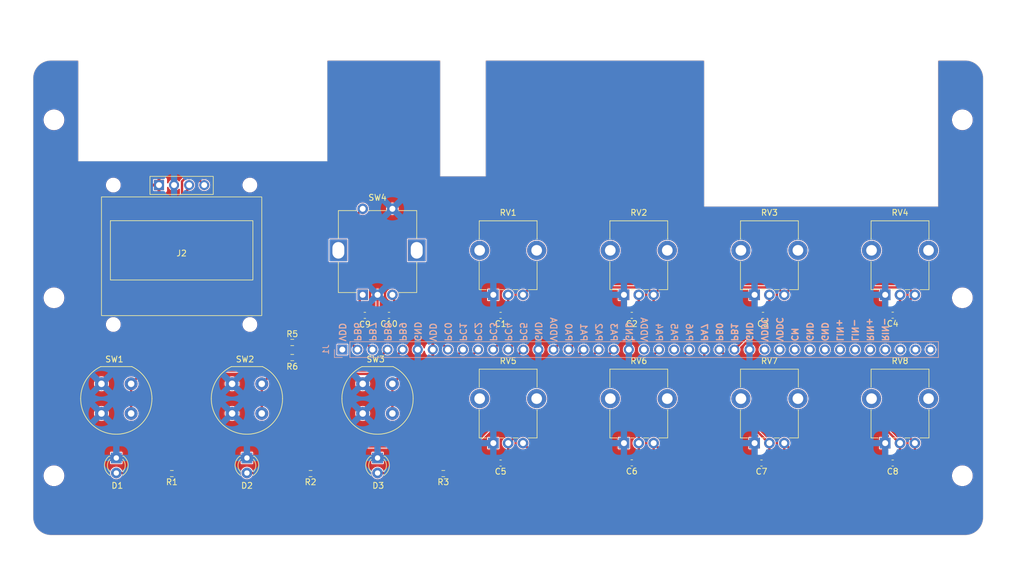
<source format=kicad_pcb>
(kicad_pcb (version 20211014) (generator pcbnew)
  (title_block (rev "1"))
  (layers (0 "F.Cu" signal "Front") (31 "B.Cu" signal "Back") (34 "B.Paste" user) (35 "F.Paste" user) (36 "B.SilkS" user "B.Silkscreen") (37 "F.SilkS" user "F.Silkscreen") (38 "B.Mask" user) (39 "F.Mask" user) (44 "Edge.Cuts" user))
  (net 0 "")
  (net 2 "/POT1")
  (net 3 "/POT2")
  (net 4 "/POT3")
  (net 5 "/POT4")
  (net 6 "VDD")
  (net 7 "/POT5")
  (net 8 "/POT6")
  (net 9 "/POT7")
  (net 10 "Net-(D1-Pad2)")
  (net 11 "GND")
  (net 12 "Net-(D2-Pad2)")
  (net 13 "Net-(D3-Pad2)")
  (net 14 "/ENC_SW")
  (net 15 "/SCL")
  (net 16 "VDDA")
  (net 17 "/SDA")
  (net 18 "/ENC_A")
  (net 19 "/ENC_B")
  (net 20 "/SW3")
  (net 32 "/LED1")
  (net 33 "/LED2")
  (net 34 "/LED3")
  (net 37 "/POT8")
  (net 38 "/LED4")
  (net 39 "/SW1")
  (net 40 "/SW2")
  (footprint "Personal:Alpha_9mm_Pot" (layer "F.Cu") (at 162 107)
    (fp_text reference "RV6" (at 0 -6.35) (layer "F.SilkS"))
    (fp_text value "B10K")
    (pad "" thru_hole circle (at 4.8 0 180) (size 3.24 3.24) (drill 1.8) (layers *.Cu *.Mask))
    (pad "" thru_hole circle (at -4.8 0 180) (size 3.24 3.24) (drill 1.8) (layers *.Cu *.Mask))
    (pad "1" thru_hole rect (at -2.5 7.5 180) (size 1.8 1.8) (drill 1) (layers *.Cu *.Mask) (net 11 "GND"))
    (pad "2" thru_hole circle (at 0 7.5 180) (size 1.8 1.8) (drill 1) (layers *.Cu *.Mask) (net 8 "/POT6"))
    (pad "3" thru_hole circle (at 2.5 7.5 180) (size 1.8 1.8) (drill 1) (layers *.Cu *.Mask) (net 16 "VDDA"))
  )
  (footprint "LED_THT:LED_D3.0mm" (layer "F.Cu") (at 74 117 -90)
    (fp_text reference "D1" (at 4.666 -0.168 180) (layer "F.SilkS"))
    (fp_text value "LED")
    (pad "1" thru_hole rect locked (at 0 0 270) (size 1.8 1.8) (drill 0.9) (layers *.Cu *.Mask) (net 11 "GND"))
    (pad "2" thru_hole circle locked (at 2.54 0 270) (size 1.8 1.8) (drill 0.9) (layers *.Cu *.Mask) (net 10 "Net-(D1-Pad2)"))
  )
  (footprint "Resistor_SMD:R_0603_1608Metric_Pad0.98x0.95mm_HandSolder" (layer "F.Cu") (at 83.352 119.634 180)
    (fp_text reference "R1" (at 0 -1.43) (layer "F.SilkS"))
    (fp_text value "1k")
    (pad "1" smd roundrect locked (at -0.9125 0 180) (size 0.975 0.95) (layers "F.Cu" "F.Paste" "F.Mask") (net 32 "/LED1"))
    (pad "2" smd roundrect locked (at 0.9125 0 180) (size 0.975 0.95) (layers "F.Cu" "F.Paste" "F.Mask") (net 10 "Net-(D1-Pad2)"))
  )
  (footprint "MountingHole:MountingHole_3mm" (layer "F.Cu") (at 63.5 120)
    (fp_text reference "H6" hide)
    (fp_text value "MountingHole")
    (pad "" np_thru_hole circle locked (at 0 0) (size 3 3) (drill 3) (layers *.Cu *.Mask))
  )
  (footprint "Capacitor_SMD:C_0603_1608Metric_Pad1.08x0.95mm_HandSolder" (layer "F.Cu") (at 204.764 117.856 180)
    (fp_text reference "C8" (at 0 -1.43 180) (layer "F.SilkS"))
    (fp_text value "100n")
    (pad "1" smd roundrect locked (at -0.8625 0 180) (size 1.075 0.95) (layers "F.Cu" "F.Paste" "F.Mask") (net 37 "/POT8"))
    (pad "2" smd roundrect locked (at 0.8625 0 180) (size 1.075 0.95) (layers "F.Cu" "F.Paste" "F.Mask") (net 11 "GND"))
  )
  (footprint "Resistor_SMD:R_0603_1608Metric_Pad0.98x0.95mm_HandSolder" (layer "F.Cu") (at 106.72 119.634 180)
    (fp_text reference "R2" (at 0 -1.43) (layer "F.SilkS"))
    (fp_text value "1k")
    (pad "1" smd roundrect locked (at -0.9125 0 180) (size 0.975 0.95) (layers "F.Cu" "F.Paste" "F.Mask") (net 33 "/LED2"))
    (pad "2" smd roundrect locked (at 0.9125 0 180) (size 0.975 0.95) (layers "F.Cu" "F.Paste" "F.Mask") (net 12 "Net-(D2-Pad2)"))
  )
  (footprint "MountingHole:MountingHole_3mm" (layer "F.Cu") (at 216.5 120)
    (fp_text reference "H5" hide)
    (fp_text value "MountingHole")
    (pad "" np_thru_hole circle locked (at 0 0) (size 3 3) (drill 3) (layers *.Cu *.Mask))
  )
  (footprint "Personal:OLED_128x64" (layer "F.Cu") (at 85 83)
    (fp_text reference "J2" (at 0 -0.5 unlocked) (layer "F.SilkS"))
    (fp_text value "OLED")
    (pad "" np_thru_hole circle (at 11.5 -12 90) (size 2 2) (drill 2) (layers F&B.Cu *.Mask))
    (pad "" np_thru_hole circle (at 11.5 11.5 90) (size 2 2) (drill 2) (layers F&B.Cu *.Mask))
    (pad "" np_thru_hole circle (at -11.5 -12 90) (size 2 2) (drill 2) (layers F&B.Cu *.Mask))
    (pad "" np_thru_hole circle (at -11.5 11.5 90) (size 2 2) (drill 2) (layers F&B.Cu *.Mask))
    (pad "1" thru_hole rect (at -3.81 -12 90) (size 1.7 1.7) (drill 1) (layers *.Cu *.Mask) (net 6 "VDD"))
    (pad "2" thru_hole oval (at -1.27 -12 90) (size 1.7 1.7) (drill 1) (layers *.Cu *.Mask) (net 11 "GND"))
    (pad "3" thru_hole oval (at 1.27 -12 90) (size 1.7 1.7) (drill 1) (layers *.Cu *.Mask) (net 15 "/SCL"))
    (pad "4" thru_hole oval (at 3.81 -12 90) (size 1.7 1.7) (drill 1) (layers *.Cu *.Mask) (net 17 "/SDA"))
  )
  (footprint "Personal:Alpha_9mm_Pot" (layer "F.Cu") (at 140 82)
    (fp_text reference locked "RV1" (at 0 -6.35) (layer "F.SilkS"))
    (fp_text value "B10K")
    (pad "" thru_hole circle (at -4.8 0 180) (size 3.24 3.24) (drill 1.8) (layers *.Cu *.Mask))
    (pad "" thru_hole circle (at 4.8 0 180) (size 3.24 3.24) (drill 1.8) (layers *.Cu *.Mask))
    (pad "1" thru_hole rect (at -2.5 7.5 180) (size 1.8 1.8) (drill 1) (layers *.Cu *.Mask) (net 11 "GND"))
    (pad "2" thru_hole circle (at 0 7.5 180) (size 1.8 1.8) (drill 1) (layers *.Cu *.Mask) (net 2 "/POT1"))
    (pad "3" thru_hole circle (at 2.5 7.5 180) (size 1.8 1.8) (drill 1) (layers *.Cu *.Mask) (net 16 "VDDA"))
  )
  (footprint "Resistor_SMD:R_0603_1608Metric_Pad0.98x0.95mm_HandSolder" (layer "F.Cu") (at 103.632 97.536)
    (fp_text reference "R5" (at 0 -1.43) (layer "F.SilkS"))
    (fp_text value "10k")
    (pad "1" smd roundrect locked (at -0.9125 0) (size 0.975 0.95) (layers "F.Cu" "F.Paste" "F.Mask") (net 6 "VDD"))
    (pad "2" smd roundrect locked (at 0.9125 0) (size 0.975 0.95) (layers "F.Cu" "F.Paste" "F.Mask") (net 15 "/SCL"))
  )
  (footprint "LED_THT:LED_D3.0mm" (layer "F.Cu") (at 96 117 -90)
    (fp_text reference "D2" (at 4.666 -0.012 180) (layer "F.SilkS"))
    (fp_text value "LED")
    (pad "1" thru_hole rect locked (at 0 0 270) (size 1.8 1.8) (drill 0.9) (layers *.Cu *.Mask) (net 11 "GND"))
    (pad "2" thru_hole circle locked (at 2.54 0 270) (size 1.8 1.8) (drill 0.9) (layers *.Cu *.Mask) (net 12 "Net-(D2-Pad2)"))
  )
  (footprint "Personal:Alpha_9mm_Pot" (layer "F.Cu") (at 206 82)
    (fp_text reference "RV4" (at 0 -6.35) (layer "F.SilkS"))
    (fp_text value "B10K")
    (pad "" thru_hole circle (at 4.8 0 180) (size 3.24 3.24) (drill 1.8) (layers *.Cu *.Mask))
    (pad "" thru_hole circle (at -4.8 0 180) (size 3.24 3.24) (drill 1.8) (layers *.Cu *.Mask))
    (pad "1" thru_hole rect (at -2.5 7.5 180) (size 1.8 1.8) (drill 1) (layers *.Cu *.Mask) (net 11 "GND"))
    (pad "2" thru_hole circle (at 0 7.5 180) (size 1.8 1.8) (drill 1) (layers *.Cu *.Mask) (net 5 "/POT4"))
    (pad "3" thru_hole circle (at 2.5 7.5 180) (size 1.8 1.8) (drill 1) (layers *.Cu *.Mask) (net 16 "VDDA"))
  )
  (footprint "Personal:CK_D6R90_Push_Switch_SPST" (layer "F.Cu") (at 118 107)
    (fp_text reference "SW3" (at -0.325 -6.635) (layer "F.SilkS"))
    (fp_text value "SW_SPST")
    (pad "1" thru_hole circle (at -2.5 -2.5) (size 2.2 2.2) (drill 1.1) (layers *.Cu *.Mask) (net 11 "GND"))
    (pad "1" thru_hole circle (at -2.5 2.5) (size 2.2 2.2) (drill 1.1) (layers *.Cu *.Mask) (net 11 "GND"))
    (pad "2" thru_hole circle (at 2.5 -2.5) (size 2.2 2.2) (drill 1.1) (layers *.Cu *.Mask) (net 20 "/SW3"))
    (pad "2" thru_hole circle (at 2.5 2.5) (size 2.2 2.2) (drill 1.1) (layers *.Cu *.Mask) (net 20 "/SW3"))
  )
  (footprint "Personal:Alpha_9mm_Pot" (layer "F.Cu") (at 184 107)
    (fp_text reference locked "RV7" (at 0 -6.35) (layer "F.SilkS"))
    (fp_text value "B10K")
    (pad "" thru_hole circle (at -4.8 0 180) (size 3.24 3.24) (drill 1.8) (layers *.Cu *.Mask))
    (pad "" thru_hole circle (at 4.8 0 180) (size 3.24 3.24) (drill 1.8) (layers *.Cu *.Mask))
    (pad "1" thru_hole rect (at -2.5 7.5 180) (size 1.8 1.8) (drill 1) (layers *.Cu *.Mask) (net 11 "GND"))
    (pad "2" thru_hole circle (at 0 7.5 180) (size 1.8 1.8) (drill 1) (layers *.Cu *.Mask) (net 9 "/POT7"))
    (pad "3" thru_hole circle (at 2.5 7.5 180) (size 1.8 1.8) (drill 1) (layers *.Cu *.Mask) (net 16 "VDDA"))
  )
  (footprint "Resistor_SMD:R_0603_1608Metric_Pad0.98x0.95mm_HandSolder" (layer "F.Cu") (at 129.072 119.634 180)
    (fp_text reference "R3" (at 0 -1.43) (layer "F.SilkS"))
    (fp_text value "1k")
    (pad "1" smd roundrect locked (at -0.9125 0 180) (size 0.975 0.95) (layers "F.Cu" "F.Paste" "F.Mask") (net 34 "/LED3"))
    (pad "2" smd roundrect locked (at 0.9125 0 180) (size 0.975 0.95) (layers "F.Cu" "F.Paste" "F.Mask") (net 13 "Net-(D3-Pad2)"))
  )
  (footprint "Capacitor_SMD:C_0603_1608Metric_Pad1.08x0.95mm_HandSolder" (layer "F.Cu") (at 115.864 92.964)
    (fp_text reference "C9" (at 0 1.524) (layer "F.SilkS"))
    (fp_text value "100n")
    (pad "1" smd roundrect locked (at -0.8625 0) (size 1.075 0.95) (layers "F.Cu" "F.Paste" "F.Mask") (net 18 "/ENC_A"))
    (pad "2" smd roundrect locked (at 0.8625 0) (size 1.075 0.95) (layers "F.Cu" "F.Paste" "F.Mask") (net 11 "GND"))
  )
  (footprint "Personal:Alpha_9mm_Pot" (layer "F.Cu") (at 140 107)
    (fp_text reference "RV5" (at 0 -6.35) (layer "F.SilkS"))
    (fp_text value "B10K")
    (pad "" thru_hole circle (at 4.8 0 180) (size 3.24 3.24) (drill 1.8) (layers *.Cu *.Mask))
    (pad "" thru_hole circle (at -4.8 0 180) (size 3.24 3.24) (drill 1.8) (layers *.Cu *.Mask))
    (pad "1" thru_hole rect (at -2.5 7.5 180) (size 1.8 1.8) (drill 1) (layers *.Cu *.Mask) (net 11 "GND"))
    (pad "2" thru_hole circle (at 0 7.5 180) (size 1.8 1.8) (drill 1) (layers *.Cu *.Mask) (net 7 "/POT5"))
    (pad "3" thru_hole circle (at 2.5 7.5 180) (size 1.8 1.8) (drill 1) (layers *.Cu *.Mask) (net 16 "VDDA"))
  )
  (footprint "Capacitor_SMD:C_0603_1608Metric_Pad1.08x0.95mm_HandSolder" (layer "F.Cu") (at 160.822 117.8244 180)
    (fp_text reference "C6" (at 0 -1.43 180) (layer "F.SilkS"))
    (fp_text value "100n")
    (pad "1" smd roundrect locked (at -0.8625 0 180) (size 1.075 0.95) (layers "F.Cu" "F.Paste" "F.Mask") (net 8 "/POT6"))
    (pad "2" smd roundrect locked (at 0.8625 0 180) (size 1.075 0.95) (layers "F.Cu" "F.Paste" "F.Mask") (net 11 "GND"))
  )
  (footprint "Resistor_SMD:R_0603_1608Metric_Pad0.98x0.95mm_HandSolder" (layer "F.Cu") (at 103.632 100.076)
    (fp_text reference "R6" (at 0 1.524) (layer "F.SilkS"))
    (fp_text value "10k")
    (pad "1" smd roundrect locked (at -0.9125 0) (size 0.975 0.95) (layers "F.Cu" "F.Paste" "F.Mask") (net 6 "VDD"))
    (pad "2" smd roundrect locked (at 0.9125 0) (size 0.975 0.95) (layers "F.Cu" "F.Paste" "F.Mask") (net 17 "/SDA"))
  )
  (footprint "Capacitor_SMD:C_0603_1608Metric_Pad1.08x0.95mm_HandSolder" (layer "F.Cu") (at 182.92 92.964 180)
    (fp_text reference "C3" (at 0 -1.43 180) (layer "F.SilkS"))
    (fp_text value "100n")
    (pad "1" smd roundrect locked (at -0.8625 0 180) (size 1.075 0.95) (layers "F.Cu" "F.Paste" "F.Mask") (net 4 "/POT3"))
    (pad "2" smd roundrect locked (at 0.8625 0 180) (size 1.075 0.95) (layers "F.Cu" "F.Paste" "F.Mask") (net 11 "GND"))
  )
  (footprint "MountingHole:MountingHole_3mm" (layer "F.Cu") (at 63.5 90 90)
    (fp_text reference "H1" hide)
    (fp_text value "MountingHole")
    (pad "" np_thru_hole circle locked (at 0 0 90) (size 3 3) (drill 3) (layers *.Cu *.Mask))
  )
  (footprint "Capacitor_SMD:C_0603_1608Metric_Pad1.08x0.95mm_HandSolder" (layer "F.Cu") (at 138.724 92.964 180)
    (fp_text reference "C1" (at 0 -1.43 180) (layer "F.SilkS"))
    (fp_text value "100n")
    (pad "1" smd roundrect locked (at -0.8625 0 180) (size 1.075 0.95) (layers "F.Cu" "F.Paste" "F.Mask") (net 2 "/POT1"))
    (pad "2" smd roundrect locked (at 0.8625 0 180) (size 1.075 0.95) (layers "F.Cu" "F.Paste" "F.Mask") (net 11 "GND"))
  )
  (footprint "MountingHole:MountingHole_3mm" (layer "F.Cu") (at 63.5 60 90)
    (fp_text reference "H2" hide)
    (fp_text value "MountingHole")
    (pad "" np_thru_hole circle locked (at 0 0 90) (size 3 3) (drill 3) (layers *.Cu *.Mask))
  )
  (footprint "Personal:Alpha_9mm_Pot" (layer "F.Cu") (at 206 107)
    (fp_text reference "RV8" (at 0 -6.35) (layer "F.SilkS"))
    (fp_text value "B10K")
    (pad "" thru_hole circle (at 4.8 0 180) (size 3.24 3.24) (drill 1.8) (layers *.Cu *.Mask))
    (pad "" thru_hole circle (at -4.8 0 180) (size 3.24 3.24) (drill 1.8) (layers *.Cu *.Mask))
    (pad "1" thru_hole rect (at -2.5 7.5 180) (size 1.8 1.8) (drill 1) (layers *.Cu *.Mask) (net 11 "GND"))
    (pad "2" thru_hole circle (at 0 7.5 180) (size 1.8 1.8) (drill 1) (layers *.Cu *.Mask) (net 37 "/POT8"))
    (pad "3" thru_hole circle (at 2.5 7.5 180) (size 1.8 1.8) (drill 1) (layers *.Cu *.Mask) (net 16 "VDDA"))
  )
  (footprint "Capacitor_SMD:C_0603_1608Metric_Pad1.08x0.95mm_HandSolder" (layer "F.Cu") (at 182.666 117.856 180)
    (fp_text reference "C7" (at 0 -1.43 180) (layer "F.SilkS"))
    (fp_text value "100n")
    (pad "1" smd roundrect locked (at -0.8625 0 180) (size 1.075 0.95) (layers "F.Cu" "F.Paste" "F.Mask") (net 9 "/POT7"))
    (pad "2" smd roundrect locked (at 0.8625 0 180) (size 1.075 0.95) (layers "F.Cu" "F.Paste" "F.Mask") (net 11 "GND"))
  )
  (footprint "Personal:CK_D6R90_Push_Switch_SPST" (layer "F.Cu") (at 74 107)
    (fp_text reference "SW1" (at -0.325 -6.635) (layer "F.SilkS"))
    (fp_text value "SW_SPST")
    (pad "1" thru_hole circle (at -2.5 2.5) (size 2.2 2.2) (drill 1.1) (layers *.Cu *.Mask) (net 11 "GND"))
    (pad "1" thru_hole circle (at -2.5 -2.5) (size 2.2 2.2) (drill 1.1) (layers *.Cu *.Mask) (net 11 "GND"))
    (pad "2" thru_hole circle (at 2.5 -2.5) (size 2.2 2.2) (drill 1.1) (layers *.Cu *.Mask) (net 39 "/SW1"))
    (pad "2" thru_hole circle (at 2.5 2.5) (size 2.2 2.2) (drill 1.1) (layers *.Cu *.Mask) (net 39 "/SW1"))
  )
  (footprint "LED_THT:LED_D3.0mm" (layer "F.Cu") (at 118 117 -90)
    (fp_text reference "D3" (at 4.666 -0.11 180) (layer "F.SilkS"))
    (fp_text value "LED")
    (pad "1" thru_hole rect locked (at 0 0 270) (size 1.8 1.8) (drill 0.9) (layers *.Cu *.Mask) (net 11 "GND"))
    (pad "2" thru_hole circle locked (at 2.54 0 270) (size 1.8 1.8) (drill 0.9) (layers *.Cu *.Mask) (net 13 "Net-(D3-Pad2)"))
  )
  (footprint "Capacitor_SMD:C_0603_1608Metric_Pad1.08x0.95mm_HandSolder" (layer "F.Cu") (at 204.764 92.9324 180)
    (fp_text reference "C4" (at 0 -1.43 180) (layer "F.SilkS"))
    (fp_text value "100n")
    (pad "1" smd roundrect locked (at -0.8625 0 180) (size 1.075 0.95) (layers "F.Cu" "F.Paste" "F.Mask") (net 5 "/POT4"))
    (pad "2" smd roundrect locked (at 0.8625 0 180) (size 1.075 0.95) (layers "F.Cu" "F.Paste" "F.Mask") (net 11 "GND"))
  )
  (footprint "Capacitor_SMD:C_0603_1608Metric_Pad1.08x0.95mm_HandSolder" (layer "F.Cu") (at 138.724 117.856 180)
    (fp_text reference "C5" (at 0 -1.43 180) (layer "F.SilkS"))
    (fp_text value "100n")
    (pad "1" smd roundrect locked (at -0.8625 0 180) (size 1.075 0.95) (layers "F.Cu" "F.Paste" "F.Mask") (net 7 "/POT5"))
    (pad "2" smd roundrect locked (at 0.8625 0 180) (size 1.075 0.95) (layers "F.Cu" "F.Paste" "F.Mask") (net 11 "GND"))
  )
  (footprint "Capacitor_SMD:C_0603_1608Metric_Pad1.08x0.95mm_HandSolder" (layer "F.Cu") (at 160.822 92.964 180)
    (fp_text reference "C2" (at 0 -1.43 180) (layer "F.SilkS"))
    (fp_text value "100n")
    (pad "1" smd roundrect locked (at -0.8625 0 180) (size 1.075 0.95) (layers "F.Cu" "F.Paste" "F.Mask") (net 3 "/POT2"))
    (pad "2" smd roundrect locked (at 0.8625 0 180) (size 1.075 0.95) (layers "F.Cu" "F.Paste" "F.Mask") (net 11 "GND"))
  )
  (footprint "Personal:Alpha_9mm_Pot" (layer "F.Cu") (at 162 82)
    (fp_text reference "RV2" (at 0 -6.35) (layer "F.SilkS"))
    (fp_text value "B10K")
    (pad "" thru_hole circle (at -4.8 0 180) (size 3.24 3.24) (drill 1.8) (layers *.Cu *.Mask))
    (pad "" thru_hole circle (at 4.8 0 180) (size 3.24 3.24) (drill 1.8) (layers *.Cu *.Mask))
    (pad "1" thru_hole rect (at -2.5 7.5 180) (size 1.8 1.8) (drill 1) (layers *.Cu *.Mask) (net 11 "GND"))
    (pad "2" thru_hole circle (at 0 7.5 180) (size 1.8 1.8) (drill 1) (layers *.Cu *.Mask) (net 3 "/POT2"))
    (pad "3" thru_hole circle (at 2.5 7.5 180) (size 1.8 1.8) (drill 1) (layers *.Cu *.Mask) (net 16 "VDDA"))
  )
  (footprint "Personal:CK_D6R90_Push_Switch_SPST" (layer "F.Cu") (at 96 107)
    (fp_text reference "SW2" (at -0.325 -6.635) (layer "F.SilkS"))
    (fp_text value "SW_SPST")
    (pad "1" thru_hole circle (at -2.5 2.5) (size 2.2 2.2) (drill 1.1) (layers *.Cu *.Mask) (net 11 "GND"))
    (pad "1" thru_hole circle (at -2.5 -2.5) (size 2.2 2.2) (drill 1.1) (layers *.Cu *.Mask) (net 11 "GND"))
    (pad "2" thru_hole circle (at 2.5 2.5) (size 2.2 2.2) (drill 1.1) (layers *.Cu *.Mask) (net 40 "/SW2"))
    (pad "2" thru_hole circle (at 2.5 -2.5) (size 2.2 2.2) (drill 1.1) (layers *.Cu *.Mask) (net 40 "/SW2"))
  )
  (footprint "MountingHole:MountingHole_3mm" (layer "F.Cu") (at 216.5 60)
    (fp_text reference "H3" hide)
    (fp_text value "MountingHole")
    (pad "" np_thru_hole circle locked (at 0 0) (size 3 3) (drill 3) (layers *.Cu *.Mask))
  )
  (footprint "MountingHole:MountingHole_3mm" (layer "F.Cu") (at 216.5 90 90)
    (fp_text reference locked "H4" hide)
    (fp_text value "MountingHole")
    (pad "" np_thru_hole circle locked (at 0 0 90) (size 3 3) (drill 3) (layers *.Cu *.Mask))
  )
  (footprint "Personal:Alpha_9mm_Pot" (layer "F.Cu") (at 184 82)
    (fp_text reference "RV3" (at 0 -6.35) (layer "F.SilkS"))
    (fp_text value "B10K")
    (pad "" thru_hole circle (at 4.8 0 180) (size 3.24 3.24) (drill 1.8) (layers *.Cu *.Mask))
    (pad "" thru_hole circle (at -4.8 0 180) (size 3.24 3.24) (drill 1.8) (layers *.Cu *.Mask))
    (pad "1" thru_hole rect (at -2.5 7.5 180) (size 1.8 1.8) (drill 1) (layers *.Cu *.Mask) (net 11 "GND"))
    (pad "2" thru_hole circle (at 0 7.5 180) (size 1.8 1.8) (drill 1) (layers *.Cu *.Mask) (net 4 "/POT3"))
    (pad "3" thru_hole circle (at 2.5 7.5 180) (size 1.8 1.8) (drill 1) (layers *.Cu *.Mask) (net 16 "VDDA"))
  )
  (footprint "Capacitor_SMD:C_0603_1608Metric_Pad1.08x0.95mm_HandSolder" (layer "F.Cu") (at 119.928 92.964 180)
    (fp_text reference "C10" (at 0 -1.43 180) (layer "F.SilkS"))
    (fp_text value "100n")
    (pad "1" smd roundrect locked (at -0.8625 0 180) (size 1.075 0.95) (layers "F.Cu" "F.Paste" "F.Mask") (net 19 "/ENC_B"))
    (pad "2" smd roundrect locked (at 0.8625 0 180) (size 1.075 0.95) (layers "F.Cu" "F.Paste" "F.Mask") (net 11 "GND"))
  )
  (footprint "Personal:Bourns_PEC11R_Encoder_Switch" (layer "F.Cu") (at 118 82)
    (fp_text reference "SW4" (at 0 -8.89) (layer "F.SilkS"))
    (fp_text value "RotaryEncoder_Switch")
    (pad "" thru_hole rect (at 6.6 0) (size 3 3.7) (drill oval 2 2.8) (layers *.Cu *.Mask))
    (pad "" thru_hole rect (at -6.6 0) (size 3 3.7) (drill oval 2 2.8) (layers *.Cu *.Mask))
    (pad "A" thru_hole rect (at -2.5 7.5 180) (size 1.8 1.8) (drill 1) (layers *.Cu *.Mask) (net 18 "/ENC_A"))
    (pad "B" thru_hole circle (at 2.5 7.5 180) (size 1.8 1.8) (drill 1) (layers *.Cu *.Mask) (net 19 "/ENC_B"))
    (pad "C" thru_hole circle (at 0 7.5 180) (size 1.8 1.8) (drill 1) (layers *.Cu *.Mask) (net 11 "GND"))
    (pad "S1" thru_hole circle (at -2.5 -7 180) (size 1.8 1.8) (drill 1) (layers *.Cu *.Mask) (net 14 "/ENC_SW"))
    (pad "S2" thru_hole circle (at 2.5 -7 180) (size 1.8 1.8) (drill 1) (layers *.Cu *.Mask) (net 11 "GND"))
  )
  (footprint "Connector_PinSocket_2.54mm:PinSocket_1x40_P2.54mm_Vertical" (layer "B.Cu") (at 112.07 98.73 -90)
    (fp_text reference "J1" (at 0 2.77 90) (layer "B.SilkS") (effects (justify mirror)))
    (fp_text value "Axoloti")
    (pad "1" thru_hole rect locked (at 0 0 270) (size 1.7 1.7) (drill 1) (layers *.Cu *.Mask))
    (pad "2" thru_hole oval locked (at 0 -2.54 270) (size 1.7 1.7) (drill 1) (layers *.Cu *.Mask) (net 14 "/ENC_SW"))
    (pad "3" thru_hole oval locked (at 0 -5.08 270) (size 1.7 1.7) (drill 1) (layers *.Cu *.Mask) (net 18 "/ENC_A"))
    (pad "4" thru_hole oval locked (at 0 -7.62 270) (size 1.7 1.7) (drill 1) (layers *.Cu *.Mask) (net 15 "/SCL"))
    (pad "5" thru_hole oval locked (at 0 -10.16 270) (size 1.7 1.7) (drill 1) (layers *.Cu *.Mask) (net 17 "/SDA"))
    (pad "6" thru_hole oval locked (at 0 -12.7 270) (size 1.7 1.7) (drill 1) (layers *.Cu *.Mask) (net 11 "GND"))
    (pad "7" thru_hole oval locked (at 0 -15.24 270) (size 1.7 1.7) (drill 1) (layers *.Cu *.Mask) (net 6 "VDD"))
    (pad "8" thru_hole oval locked (at 0 -17.78 270) (size 1.7 1.7) (drill 1) (layers *.Cu *.Mask) (net 19 "/ENC_B"))
    (pad "9" thru_hole oval locked (at 0 -20.32 270) (size 1.7 1.7) (drill 1) (layers *.Cu *.Mask) (net 39 "/SW1"))
    (pad "10" thru_hole oval locked (at 0 -22.86 270) (size 1.7 1.7) (drill 1) (layers *.Cu *.Mask) (net 40 "/SW2"))
    (pad "11" thru_hole oval locked (at 0 -25.4 270) (size 1.7 1.7) (drill 1) (layers *.Cu *.Mask) (net 2 "/POT1"))
    (pad "12" thru_hole oval locked (at 0 -27.94 270) (size 1.7 1.7) (drill 1) (layers *.Cu *.Mask) (net 3 "/POT2"))
    (pad "13" thru_hole oval locked (at 0 -30.48 270) (size 1.7 1.7) (drill 1) (layers *.Cu *.Mask) (net 20 "/SW3"))
    (pad "14" thru_hole oval locked (at 0 -33.02 270) (size 1.7 1.7) (drill 1) (layers *.Cu *.Mask) (net 11 "GND"))
    (pad "15" thru_hole oval locked (at 0 -35.56 270) (size 1.7 1.7) (drill 1) (layers *.Cu *.Mask) (net 16 "VDDA"))
    (pad "16" thru_hole oval locked (at 0 -38.1 270) (size 1.7 1.7) (drill 1) (layers *.Cu *.Mask) (net 4 "/POT3"))
    (pad "17" thru_hole oval locked (at 0 -40.64 270) (size 1.7 1.7) (drill 1) (layers *.Cu *.Mask) (net 32 "/LED1"))
    (pad "18" thru_hole oval locked (at 0 -43.18 270) (size 1.7 1.7) (drill 1) (layers *.Cu *.Mask) (net 33 "/LED2"))
    (pad "19" thru_hole oval locked (at 0 -45.72 270) (size 1.7 1.7) (drill 1) (layers *.Cu *.Mask) (net 34 "/LED3"))
    (pad "20" thru_hole oval locked (at 0 -48.26 270) (size 1.7 1.7) (drill 1) (layers *.Cu *.Mask) (net 11 "GND"))
    (pad "21" thru_hole oval locked (at 0 -50.8 270) (size 1.7 1.7) (drill 1) (layers *.Cu *.Mask))
    (pad "22" thru_hole oval locked (at 0 -53.34 270) (size 1.7 1.7) (drill 1) (layers *.Cu *.Mask) (net 7 "/POT5"))
    (pad "23" thru_hole oval locked (at 0 -55.88 270) (size 1.7 1.7) (drill 1) (layers *.Cu *.Mask) (net 38 "/LED4"))
    (pad "24" thru_hole oval locked (at 0 -58.42 270) (size 1.7 1.7) (drill 1) (layers *.Cu *.Mask) (net 8 "/POT6"))
    (pad "25" thru_hole oval locked (at 0 -60.96 270) (size 1.7 1.7) (drill 1) (layers *.Cu *.Mask) (net 9 "/POT7"))
    (pad "26" thru_hole oval locked (at 0 -63.5 270) (size 1.7 1.7) (drill 1) (layers *.Cu *.Mask) (net 37 "/POT8"))
    (pad "27" thru_hole oval locked (at 0 -66.04 270) (size 1.7 1.7) (drill 1) (layers *.Cu *.Mask) (net 5 "/POT4"))
    (pad "28" thru_hole oval locked (at 0 -68.58 270) (size 1.7 1.7) (drill 1) (layers *.Cu *.Mask) (net 11 "GND"))
    (pad "29" thru_hole oval locked (at 0 -71.12 270) (size 1.7 1.7) (drill 1) (layers *.Cu *.Mask))
    (pad "30" thru_hole oval locked (at 0 -73.66 270) (size 1.7 1.7) (drill 1) (layers *.Cu *.Mask))
    (pad "31" thru_hole oval locked (at 0 -76.2 270) (size 1.7 1.7) (drill 1) (layers *.Cu *.Mask))
    (pad "32" thru_hole oval locked (at 0 -78.74 270) (size 1.7 1.7) (drill 1) (layers *.Cu *.Mask))
    (pad "33" thru_hole oval locked (at 0 -81.28 270) (size 1.7 1.7) (drill 1) (layers *.Cu *.Mask))
    (pad "34" thru_hole oval locked (at 0 -83.82 270) (size 1.7 1.7) (drill 1) (layers *.Cu *.Mask))
    (pad "35" thru_hole oval locked (at 0 -86.36 270) (size 1.7 1.7) (drill 1) (layers *.Cu *.Mask))
    (pad "36" thru_hole oval locked (at 0 -88.9 270) (size 1.7 1.7) (drill 1) (layers *.Cu *.Mask))
    (pad "37" thru_hole oval locked (at 0 -91.44 270) (size 1.7 1.7) (drill 1) (layers *.Cu *.Mask))
    (pad "38" thru_hole oval locked (at 0 -93.98 270) (size 1.7 1.7) (drill 1) (layers *.Cu *.Mask))
    (pad "39" thru_hole oval locked (at 0 -96.52 270) (size 1.7 1.7) (drill 1) (layers *.Cu *.Mask))
    (pad "40" thru_hole oval locked (at 0 -99.06 270) (size 1.7 1.7) (drill 1) (layers *.Cu *.Mask))
  )
  (gr_arc locked (start 60 53) (mid 60.8787 50.8787) (end 63 50) (layer "Edge.Cuts") (width 0.05))
  (gr_line locked (start 136.2 50) (end 136.2 69.52) (layer "Edge.Cuts") (width 0.05))
  (gr_line locked (start 67.62 66.98) (end 67.62 50) (layer "Edge.Cuts") (width 0.05))
  (gr_arc locked (start 217 50) (mid 219.1213 50.8787) (end 220 53) (layer "Edge.Cuts") (width 0.05))
  (gr_line locked (start 136.2 69.52) (end 128.58 69.52) (layer "Edge.Cuts") (width 0.05))
  (gr_line locked (start 109.53 66.98) (end 67.62 66.98) (layer "Edge.Cuts") (width 0.05))
  (gr_line locked (start 60 53) (end 60 127) (layer "Edge.Cuts") (width 0.05))
  (gr_line locked (start 217 50) (end 212.4 50) (layer "Edge.Cuts") (width 0.05))
  (gr_line (start 63 130) (end 217 130) (layer "Edge.Cuts") (width 0.05))
  (gr_line locked (start 173.03 50) (end 136.2 50) (layer "Edge.Cuts") (width 0.05))
  (gr_line locked (start 220 127) (end 220 53) (layer "Edge.Cuts") (width 0.05))
  (gr_line locked (start 173.03 74.6) (end 173.03 50) (layer "Edge.Cuts") (width 0.05))
  (gr_line locked (start 109.53 50) (end 109.53 66.98) (layer "Edge.Cuts") (width 0.05))
  (gr_arc locked (start 220 127) (mid 219.1213 129.1213) (end 217 130) (layer "Edge.Cuts") (width 0.05))
  (gr_line locked (start 128.58 50) (end 109.53 50) (layer "Edge.Cuts") (width 0.05))
  (gr_line locked (start 128.58 69.52) (end 128.58 50) (layer "Edge.Cuts") (width 0.05))
  (gr_arc locked (start 63 130) (mid 60.8787 129.1213) (end 60 127) (layer "Edge.Cuts") (width 0.05))
  (gr_line locked (start 212.4 50) (end 212.4 74.6) (layer "Edge.Cuts") (width 0.05))
  (gr_line locked (start 212.4 74.6) (end 173.03 74.6) (layer "Edge.Cuts") (width 0.05))
  (gr_line locked (start 67.62 50) (end 63 50) (layer "Edge.Cuts") (width 0.05))
  (gr_text "RIN-" (at 202.875 97.46 -90) (layer "B.SilkS") (effects (font (size 1.0414 1.0414) (thickness 0.2286)) (justify left bottom mirror)))
  (gr_text "GND" (at 159.695 97.46 -90) (layer "B.SilkS") (effects (font (size 1.0795 1.0795) (thickness 0.1905)) (justify left bottom mirror)))
  (gr_text "GND" (at 190.175 97.46 -90) (layer "B.SilkS") (effects (font (size 1.0414 1.0414) (thickness 0.2286)) (justify left bottom mirror)))
  (gr_text "PC0" (at 129.215 97.46 -90) (layer "B.SilkS") (effects (font (size 1.0795 1.0795) (thickness 0.1905)) (justify left bottom mirror)))
  (gr_text "PA1" (at 152.075 97.46 -90) (layer "B.SilkS") (effects (font (size 1.0795 1.0795) (thickness 0.1905)) (justify left bottom mirror)))
  (gr_text "PC5" (at 141.915 97.46 -90) (layer "B.SilkS") (effects (font (size 1.0795 1.0795) (thickness 0.1905)) (justify left bottom mirror)))
  (gr_text "VDDC" (at 182.555 97.46 -90) (layer "B.SilkS") (effects (font (size 1.0414 1.0414) (thickness 0.2286)) (justify left bottom mirror)))
  (gr_text "VDD" (at 126.675 97.46 -90) (layer "B.SilkS") (effects (font (size 1.0795 1.0795) (thickness 0.1905)) (justify left bottom mirror)))
  (gr_text "VDDA" (at 146.995 97.46 -90) (layer "B.SilkS") (effects (font (size 1.0795 1.0795) (thickness 0.1905)) (justify left bottom mirror)))
  (gr_text "PB6" (at 113.975 97.46 -90) (layer "B.SilkS") (effects (font (size 1.0795 1.0795) (thickness 0.1905)) (justify left bottom mirror)))
  (gr_text "PA3" (at 157.155 97.46 -90) (layer "B.SilkS") (effects (font (size 1.0795 1.0795) (thickness 0.1905)) (justify left bottom mirror)))
  (gr_text "PB1" (at 177.475 97.46 -90) (layer "B.SilkS") (effects (font (size 1.0414 1.0414) (thickness 0.2286)) (justify left bottom mirror)))
  (gr_text "GND" (at 144.455 97.46 -90) (layer "B.SilkS") (effects (font (size 1.0795 1.0795) (thickness 0.1905)) (justify left bottom mirror)))
  (gr_text "PC2" (at 134.295 97.46 -90) (layer "B.SilkS") (effects (font (size 1.0795 1.0795) (thickness 0.1905)) (justify left bottom mirror)))
  (gr_text "PA7" (at 172.395 97.46 -90) (layer "B.SilkS") (effects (font (size 1.0414 1.0414) (thickness 0.2286)) (justify left bottom mirror)))
  (gr_text "LIN-" (at 197.795 97.46 -90) (layer "B.SilkS") (effects (font (size 1.0414 1.0414) (thickness 0.2286)) (justify left bottom mirror)))
  (gr_text "PB7" (at 116.515 97.46 -90) (layer "B.SilkS") (effects (font (size 1.0795 1.0795) (thickness 0.1905)) (justify left bottom mirror)))
  (gr_text "GND" (at 180.015 97.46 -90) (layer "B.SilkS") (effects (font (size 1.0414 1.0414) (thickness 0.2286)) (justify left bottom mirror)))
  (gr_text "GND" (at 124.135 97.46 -90) (layer "B.SilkS") (effects (font (size 1.0795 1.0795) (thickness 0.1905)) (justify left bottom mirror)))
  (gr_text "PA0" (at 149.535 97.46 -90) (layer "B.SilkS") (effects (font (size 1.0795 1.0795) (thickness 0.1905)) (justify left bottom mirror)))
  (gr_text "PA2" (at 154.615 97.46 -90) (layer "B.SilkS") (effects (font (size 1.0795 1.0795) (thickness 0.1905)) (justify left bottom mirror)))
  (gr_text "PB9" (at 121.595 97.46 -90) (layer "B.SilkS") (effects (font (size 1.0795 1.0795) (thickness 0.1905)) (justify left bottom mirror)))
  (gr_text "PA5" (at 167.315 97.46 -90) (layer "B.SilkS") (effects (font (size 1.0795 1.0795) (thickness 0.1905)) (justify left bottom mirror)))
  (gr_text "PA6" (at 169.855 97.46 -90) (layer "B.SilkS") (effects (font (size 1.0795 1.0795) (thickness 0.1905)) (justify left bottom mirror)))
  (gr_text "LIN+" (at 195.255 97.46 -90) (layer "B.SilkS") (effects (font (size 1.0414 1.0414) (thickness 0.2286)) (justify left bottom mirror)))
  (gr_text "GND" (at 192.715 97.46 -90) (layer "B.SilkS") (effects (font (size 1.0414 1.0414) (thickness 0.2286)) (justify left bottom mirror)))
  (gr_text "PB8" (at 119.055 97.46 -90) (layer "B.SilkS") (effects (font (size 1.0795 1.0795) (thickness 0.1905)) (justify left bottom mirror)))
  (gr_text "PC4" (at 139.375 97.46 -90) (layer "B.SilkS") (effects (font (size 1.0795 1.0795) (thickness 0.1905)) (justify left bottom mirror)))
  (gr_text "PB0" (at 174.935 97.46 -90) (layer "B.SilkS") (effects (font (size 1.0414 1.0414) (thickness 0.2286)) (justify left bottom mirror)))
  (gr_text "VDD" (at 111.435 97.46 -90) (layer "B.SilkS") (effects (font (size 1.0795 1.0795) (thickness 0.1905)) (justify left bottom mirror)))
  (gr_text "PA4" (at 164.775 97.46 -90) (layer "B.SilkS") (effects (font (size 1.0795 1.0795) (thickness 0.1905)) (justify left bottom mirror)))
  (gr_text "RIN+" (at 200.335 97.46 -90) (layer "B.SilkS") (effects (font (size 1.0414 1.0414) (thickness 0.2286)) (justify left bottom mirror)))
  (gr_text "CM" (at 187.635 97.46 -90) (layer "B.SilkS") (effects (font (size 1.0414 1.0414) (thickness 0.2286)) (justify left bottom mirror)))
  (gr_text "VDDC" (at 185.095 97.46 -90) (layer "B.SilkS") (effects (font (size 1.0414 1.0414) (thickness 0.2286)) (justify left bottom mirror)))
  (gr_text "PC1" (at 131.755 97.46 -90) (layer "B.SilkS") (effects (font (size 1.0795 1.0795) (thickness 0.1905)) (justify left bottom mirror)))
  (gr_text "VDDA" (at 162.235 97.46 -90) (layer "B.SilkS") (effects (font (size 1.0795 1.0795) (thickness 0.1905)) (justify left bottom mirror)))
  (gr_text "PC3" (at 136.835 97.46 -90) (layer "B.SilkS") (effects (font (size 1.0795 1.0795) (thickness 0.1905)) (justify left bottom mirror)))
  (segment (start 139.5865 96.6135) (end 137.47 98.73) (width 0.4) (layer "F.Cu") (net 2))
  (segment (start 139.5865 92.964) (end 139.5865 96.6135) (width 0.4) (layer "F.Cu") (net 2))
  (segment (start 140 92.5505) (end 139.5865 92.964) (width 0.4) (layer "F.Cu") (net 2))
  (segment (start 140 89.5) (end 140 92.5505) (width 0.4) (layer "F.Cu") (net 2))
  (segment (start 162 89.5) (end 162 92.6485) (width 0.4) (layer "F.Cu") (net 3))
  (segment (start 160.4145 94.234) (end 161.6845 92.964) (width 0.4) (layer "F.Cu") (net 3))
  (segment (start 162 92.6485) (end 161.6845 92.964) (width 0.4) (layer "F.Cu") (net 3))
  (segment (start 140.01 98.73) (end 144.506 94.234) (width 0.4) (layer "F.Cu") (net 3))
  (segment (start 144.506 94.234) (end 160.4145 94.234) (width 0.4) (layer "F.Cu") (net 3))
  (segment (start 184 89.5) (end 184 92.7465) (width 0.4) (layer "F.Cu") (net 4))
  (segment (start 177.89904 96.81792) (end 180.81248 93.90448) (width 0.4) (layer "F.Cu") (net 4))
  (segment (start 180.81248 93.90448) (end 182.84202 93.90448) (width 0.4) (layer "F.Cu") (net 4))
  (segment (start 152.08208 96.81792) (end 177.89904 96.81792) (width 0.4) (layer "F.Cu") (net 4))
  (segment (start 183.7825 92.964) (end 182.84202 93.90448) (width 0.4) (layer "F.Cu") (net 4))
  (segment (start 150.17 98.73) (end 152.08208 96.81792) (width 0.4) (layer "F.Cu") (net 4))
  (segment (start 184 92.7465) (end 183.7825 92.964) (width 0.4) (layer "F.Cu") (net 4))
  (segment (start 203.0549 95.504) (end 181.336 95.504) (width 0.4) (layer "F.Cu") (net 5))
  (segment (start 205.6265 92.9324) (end 203.0549 95.504) (width 0.4) (layer "F.Cu") (net 5))
  (segment (start 206 92.5589) (end 205.6265 92.9324) (width 0.4) (layer "F.Cu") (net 5))
  (segment (start 181.336 95.504) (end 178.11 98.73) (width 0.4) (layer "F.Cu") (net 5))
  (segment (start 206 89.5) (end 206 92.5589) (width 0.4) (layer "F.Cu") (net 5))
  (segment (start 140.088704 114.5) (end 140 114.5) (width 0.4) (layer "F.Cu") (net 7))
  (segment (start 165.41 98.73) (end 159.492 104.648) (width 0.4) (layer "F.Cu") (net 7))
  (segment (start 149.940704 104.648) (end 140.088704 114.5) (width 0.4) (layer "F.Cu") (net 7))
  (segment (start 140 117.4425) (end 139.5865 117.856) (width 0.4) (layer "F.Cu") (net 7))
  (segment (start 140 114.5) (end 140 117.4425) (width 0.4) (layer "F.Cu") (net 7))
  (segment (start 159.492 104.648) (end 149.940704 104.648) (width 0.4) (layer "F.Cu") (net 7))
  (segment (start 170.49 98.73) (end 162 107.22) (width 0.4) (layer "F.Cu") (net 8))
  (segment (start 162 114.5) (end 162 117.5089) (width 0.4) (layer "F.Cu") (net 8))
  (segment (start 162 107.22) (end 162 114.5) (width 0.4) (layer "F.Cu") (net 8))
  (segment (start 162 117.5089) (end 161.6845 117.8244) (width 0.4) (layer "F.Cu") (net 8))
  (segment (start 184 117.3845) (end 183.5285 117.856) (width 0.4) (layer "F.Cu") (net 9))
  (segment (start 184 114.5) (end 184 117.3845) (width 0.4) (layer "F.Cu") (net 9))
  (segment (start 183.911296 114.5) (end 184 114.5) (width 0.4) (layer "F.Cu") (net 9))
  (segment (start 173.03 98.73) (end 173.03 103.618704) (width 0.4) (layer "F.Cu") (net 9))
  (segment (start 173.03 103.618704) (end 183.911296 114.5) (width 0.4) (layer "F.Cu") (net 9))
  (segment (start 82.3455 119.54) (end 82.4395 119.634) (width 0.4) (layer "F.Cu") (net 10))
  (segment (start 74 119.54) (end 82.3455 119.54) (width 0.4) (layer "F.Cu") (net 10))
  (segment (start 181.5 89.5) (end 181.5 92.4065) (width 0.4) (layer "F.Cu") (net 11))
  (segment (start 118 91.8985) (end 119.0655 92.964) (width 0.4) (layer "F.Cu") (net 11))
  (segment (start 159.5 117.3649) (end 159.9595 117.8244) (width 0.4) (layer "F.Cu") (net 11))
  (segment (start 159.5 114.5) (end 159.5 117.3649) (width 0.4) (layer "F.Cu") (net 11))
  (segment (start 181.5 92.4065) (end 182.0575 92.964) (width 0.4) (layer "F.Cu") (net 11))
  (segment (start 137.5 92.6025) (end 137.8615 92.964) (width 0.4) (layer "F.Cu") (net 11))
  (segment (start 118 91.6905) (end 116.7265 92.964) (width 0.4) (layer "F.Cu") (net 11))
  (segment (start 203.5 89.5) (end 203.5 92.5309) (width 0.4) (layer "F.Cu") (net 11))
  (segment (start 137.5 89.5) (end 137.5 92.6025) (width 0.4) (layer "F.Cu") (net 11))
  (segment (start 137.5 114.5) (end 137.5 117.4945) (width 0.4) (layer "F.Cu") (net 11))
  (segment (start 181.5 114.5) (end 181.5 117.5525) (width 0.4) (layer "F.Cu") (net 11))
  (segment (start 203.5 117.4545) (end 203.9015 117.856) (width 0.4) (layer "F.Cu") (net 11))
  (segment (start 159.5 92.5045) (end 159.9595 92.964) (width 0.4) (layer "F.Cu") (net 11))
  (segment (start 159.5 89.5) (end 159.5 92.5045) (width 0.4) (layer "F.Cu") (net 11))
  (segment (start 181.5 117.5525) (end 181.8035 117.856) (width 0.4) (layer "F.Cu") (net 11))
  (segment (start 118 89.5) (end 118 91.8985) (width 0.4) (layer "F.Cu") (net 11))
  (segment (start 203.5 114.5) (end 203.5 117.4545) (width 0.4) (layer "F.Cu") (net 11))
  (segment (start 137.5 117.4945) (end 137.8615 117.856) (width 0.4) (layer "F.Cu") (net 11))
  (segment (start 203.5 92.5309) (end 203.9015 92.9324) (width 0.4) (layer "F.Cu") (net 11))
  (segment (start 96 119.54) (end 105.7135 119.54) (width 0.4) (layer "F.Cu") (net 12))
  (segment (start 105.7135 119.54) (end 105.8075 119.634) (width 0.4) (layer "F.Cu") (net 12))
  (segment (start 118 119.54) (end 128.0655 119.54) (width 0.4) (layer "F.Cu") (net 13))
  (segment (start 128.0655 119.54) (end 128.1595 119.634) (width 0.4) (layer "F.Cu") (net 13))
  (segment (start 115.5 75) (end 113.284 77.216) (width 0.4) (layer "F.Cu") (net 14))
  (segment (start 113.284 97.404) (end 114.61 98.73) (width 0.4) (layer "F.Cu") (net 14))
  (segment (start 113.284 77.216) (end 113.284 97.404) (width 0.4) (layer "F.Cu") (net 14))
  (segment (start 110.868089 99.931911) (end 109.488178 98.552) (width 0.4) (layer "F.Cu") (net 15))
  (segment (start 119.69 98.73) (end 118.488089 99.931911) (width 0.4) (layer "F.Cu") (net 15))
  (segment (start 104.648 98.552) (end 95.670464 98.552) (width 0.4) (layer "F.Cu") (net 15))
  (segment (start 104.5445 98.4485) (end 104.648 98.552) (width 0.4) (layer "F.Cu") (net 15))
  (segment (start 85.620009 72.177491) (end 86.27 71.5275) (width 0.4) (layer "F.Cu") (net 15))
  (segment (start 95.670464 98.552) (end 85.620009 88.501545) (width 0.4) (layer "F.Cu") (net 15))
  (segment (start 104.5445 97.536) (end 104.5445 98.4485) (width 0.4) (layer "F.Cu") (net 15))
  (segment (start 85.620009 88.501545) (end 85.620009 72.177491) (width 0.4) (layer "F.Cu") (net 15))
  (segment (start 109.488178 98.552) (end 104.648 98.552) (width 0.4) (layer "F.Cu") (net 15))
  (segment (start 118.488089 99.931911) (end 110.868089 99.931911) (width 0.4) (layer "F.Cu") (net 15))
  (segment (start 142.5 89.5) (end 143.751911 88.248089) (width 0.4) (layer "F.Cu") (net 16))
  (segment (start 146.65132 118.65132) (end 162.228645 118.65132) (width 0.4) (layer "F.Cu") (net 16))
  (segment (start 208.5 89.5) (end 207.388089 90.611911) (width 0.4) (layer "F.Cu") (net 16))
  (segment (start 142.5 114.5) (end 146.65132 118.65132) (width 0.4) (layer "F.Cu") (net 16))
  (segment (start 207.388089 113.388089) (end 208.5 114.5) (width 0.4) (layer "F.Cu") (net 16))
  (segment (start 165.751911 88.248089) (end 185.248089 88.248089) (width 0.4) (layer "F.Cu") (net 16))
  (segment (start 164.5 92.588) (end 164.5 89.5) (width 0.4) (layer "F.Cu") (net 16))
  (segment (start 208.5 116.353565) (end 208.5 114.5) (width 0.4) (layer "F.Cu") (net 16))
  (segment (start 185.248089 88.248089) (end 186.5 89.5) (width 0.4) (layer "F.Cu") (net 16))
  (segment (start 143.751911 88.248089) (end 163.248089 88.248089) (width 0.4) (layer "F.Cu") (net 16))
  (segment (start 184.072645 118.68292) (end 186.5 116.255565) (width 0.4) (layer "F.Cu") (net 16))
  (segment (start 207.248089 88.248089) (end 208.5 89.5) (width 0.4) (layer "F.Cu") (net 16))
  (segment (start 150.856 95.504) (end 161.584 95.504) (width 0.4) (layer "F.Cu") (net 16))
  (segment (start 207.388089 90.611911) (end 207.388089 113.388089) (width 0.4) (layer "F.Cu") (net 16))
  (segment (start 186.5 114.5) (end 190.68292 118.68292) (width 0.4) (layer "F.Cu") (net 16))
  (segment (start 161.584 95.504) (end 164.5 92.588) (width 0.4) (layer "F.Cu") (net 16))
  (segment (start 147.63 98.73) (end 150.856 95.504) (width 0.4) (layer "F.Cu") (net 16))
  (segment (start 206.170645 118.68292) (end 208.5 116.353565) (width 0.4) (layer "F.Cu") (net 16))
  (segment (start 186.5 116.255565) (end 186.5 114.5) (width 0.4) (layer "F.Cu") (net 16))
  (segment (start 186.5 89.5) (end 187.751911 88.248089) (width 0.4) (layer "F.Cu") (net 16))
  (segment (start 164.5 114.5) (end 168.68292 118.68292) (width 0.4) (layer "F.Cu") (net 16))
  (segment (start 168.68292 118.68292) (end 184.072645 118.68292) (width 0.4) (layer "F.Cu") (net 16))
  (segment (start 187.751911 88.248089) (end 207.248089 88.248089) (width 0.4) (layer "F.Cu") (net 16))
  (segment (start 164.5 116.379965) (end 164.5 114.5) (width 0.4) (layer "F.Cu") (net 16))
  (segment (start 163.248089 88.248089) (end 164.5 89.5) (width 0.4) (layer "F.Cu") (net 16))
  (segment (start 162.228645 118.65132) (end 164.5 116.379965) (width 0.4) (layer "F.Cu") (net 16))
  (segment (start 164.5 89.5) (end 165.751911 88.248089) (width 0.4) (layer "F.Cu") (net 16))
  (segment (start 190.68292 118.68292) (end 206.170645 118.68292) (width 0.4) (layer "F.Cu") (net 16))
  (segment (start 85.068089 70.379911) (end 85.649911 69.798089) (width 0.4) (layer "F.Cu") (net 17))
  (segment (start 110.639476 100.48383) (end 109.259566 99.10392) (width 0.4) (layer "F.Cu") (net 17))
  (segment (start 122.23 98.73) (end 120.47617 100.48383) (width 0.4) (layer "F.Cu") (net 17))
  (segment (start 95.441852 99.10392) (end 85.068089 88.730157) (width 0.4) (layer "F.Cu") (net 17))
  (segment (start 120.47617 100.48383) (end 110.639476 100.48383) (width 0.4) (layer "F.Cu") (net 17))
  (segment (start 109.259566 99.10392) (end 104.43792 99.10392) (width 0.4) (layer "F.Cu") (net 17))
  (segment (start 85.068089 88.730157) (end 85.068089 70.379911) (width 0.4) (layer "F.Cu") (net 17))
  (segment (start 87.608089 69.798089) (end 88.81 71) (width 0.4) (layer "F.Cu") (net 17))
  (segment (start 104.43792 99.10392) (end 95.441852 99.10392) (width 0.4) (layer "F.Cu") (net 17))
  (segment (start 85.649911 69.798089) (end 87.608089 69.798089) (width 0.4) (layer "F.Cu") (net 17))
  (segment (start 104.5445 100.076) (end 104.5445 99.2105) (width 0.4) (layer "F.Cu") (net 17))
  (segment (start 104.5445 99.2105) (end 104.43792 99.10392) (width 0.4) (layer "F.Cu") (net 17))
  (segment (start 115.0015 92.964) (end 115.0015 96.5815) (width 0.4) (layer "F.Cu") (net 18))
  (segment (start 115.0015 89.9985) (end 115.5 89.5) (width 0.4) (layer "F.Cu") (net 18))
  (segment (start 115.0015 92.964) (end 115.0015 89.9985) (width 0.4) (layer "F.Cu") (net 18))
  (segment (start 115.0015 96.5815) (end 117.15 98.73) (width 0.4) (layer "F.Cu") (net 18))
  (segment (start 124.084 92.964) (end 129.85 98.73) (width 0.4) (layer "F.Cu") (net 19))
  (segment (start 120.7905 92.964) (end 120.7905 89.7905) (width 0.4) (layer "F.Cu") (net 19))
  (segment (start 120.7905 89.7905) (end 120.5 89.5) (width 0.4) (layer "F.Cu") (net 19))
  (segment (start 120.7905 92.964) (end 124.084 92.964) (width 0.4) (layer "F.Cu") (net 19))
  (segment (start 121.622 103.378) (end 120.5 104.5) (width 0.4) (layer "F.Cu") (net 20))
  (segment (start 137.902 103.378) (end 121.622 103.378) (width 0.4) (layer "F.Cu") (net 20))
  (segment (start 120.5 104.5) (end 120.5 109.5) (width 0.4) (layer "F.Cu") (net 20))
  (segment (start 142.55 98.73) (end 137.902 103.378) (width 0.4) (layer "F.Cu") (net 20))
  (segment (start 89.38842 114.51008) (end 84.2645 119.634) (width 0.4) (layer "F.Cu") (net 32))
  (segment (start 132.888856 114.51008) (end 89.38842 114.51008) (width 0.4) (layer "F.Cu") (net 32))
  (segment (start 149.049216 102.410784) (end 144.988152 102.410784) (width 0.4) (layer "F.Cu") (net 32))
  (segment (start 152.71 98.73) (end 152.71 98.75) (width 0.4) (layer "F.Cu") (net 32))
  (segment (start 144.988152 102.410784) (end 132.888856 114.51008) (width 0.4) (layer "F.Cu") (net 32))
  (segment (start 152.71 98.75) (end 149.049216 102.410784) (width 0.4) (layer "F.Cu") (net 32))
  (segment (start 112.2045 115.062) (end 133.117468 115.062) (width 0.4) (layer "F.Cu") (net 33))
  (segment (start 151.017296 102.962704) (end 155.25 98.73) (width 0.4) (layer "F.Cu") (net 33))
  (segment (start 145.216764 102.962704) (end 151.017296 102.962704) (width 0.4) (layer "F.Cu") (net 33))
  (segment (start 107.6325 119.634) (end 112.2045 115.062) (width 0.4) (layer "F.Cu") (net 33))
  (segment (start 133.117468 115.062) (end 145.216764 102.962704) (width 0.4) (layer "F.Cu") (net 33))
  (segment (start 153.005376 103.514624) (end 145.445376 103.514624) (width 0.4) (layer "F.Cu") (net 34))
  (segment (start 157.79 98.73) (end 153.005376 103.514624) (width 0.4) (layer "F.Cu") (net 34))
  (segment (start 145.445376 103.514624) (end 129.9845 118.9755) (width 0.4) (layer "F.Cu") (net 34))
  (segment (start 129.9845 118.9755) (end 129.9845 119.634) (width 0.4) (layer "F.Cu") (net 34))
  (segment (start 206 117.4825) (end 205.6265 117.856) (width 0.4) (layer "F.Cu") (net 37))
  (segment (start 192.471696 101.0604) (end 205.911296 114.5) (width 0.4) (layer "F.Cu") (net 37))
  (segment (start 206 114.5) (end 206 117.4825) (width 0.4) (layer "F.Cu") (net 37))
  (segment (start 175.57 98.73) (end 177.9004 101.0604) (width 0.4) (layer "F.Cu") (net 37))
  (segment (start 205.911296 114.5) (end 206 114.5) (width 0.4) (layer "F.Cu") (net 37))
  (segment (start 177.9004 101.0604) (end 192.471696 101.0604) (width 0.4) (layer "F.Cu") (net 37))
  (segment (start 76.5 104.5) (end 76.5 109.5) (width 0.4) (layer "F.Cu") (net 39))
  (segment (start 128.84584 102.27416) (end 78.72584 102.27416) (width 0.4) (layer "F.Cu") (net 39))
  (segment (start 78.72584 102.27416) (end 76.5 104.5) (width 0.4) (layer "F.Cu") (net 39))
  (segment (start 132.39 98.73) (end 128.84584 102.27416) (width 0.4) (layer "F.Cu") (net 39))
  (segment (start 98.5 104.5) (end 98.5 109.5) (width 0.4) (layer "F.Cu") (net 40))
  (segment (start 134.93 98.73) (end 130.83392 102.82608) (width 0.4) (layer "F.Cu") (net 40))
  (segment (start 100.17392 102.82608) (end 98.5 104.5) (width 0.4) (layer "F.Cu") (net 40))
  (segment (start 130.83392 102.82608) (end 100.17392 102.82608) (width 0.4) (layer "F.Cu") (net 40))
  (zone (net 6) (net_name "VDD") (layer "F.Cu") (connect_pads (clearance 0.000001)) (min_thickness 0.254) (fill yes (thermal_gap 0.508) (thermal_bridge_width 0.508))
    (polygon (pts (xy 222.3849 131.2864) (xy 56.7769 131.2864) (xy 56.7769 46.9584) (xy 222.3849 46.9584)))
  )
  (zone (net 11) (net_name "GND") (layer "B.Cu") (priority 6) (connect_pads (clearance 0.000001)) (min_thickness 0.508) (fill yes (thermal_gap 1.066) (thermal_bridge_width 1.066))
    (polygon (pts (xy 226.878 134.544) (xy 54.412 134.544) (xy 54.412 39.802) (xy 226.878 39.802)))
  )
)
</source>
